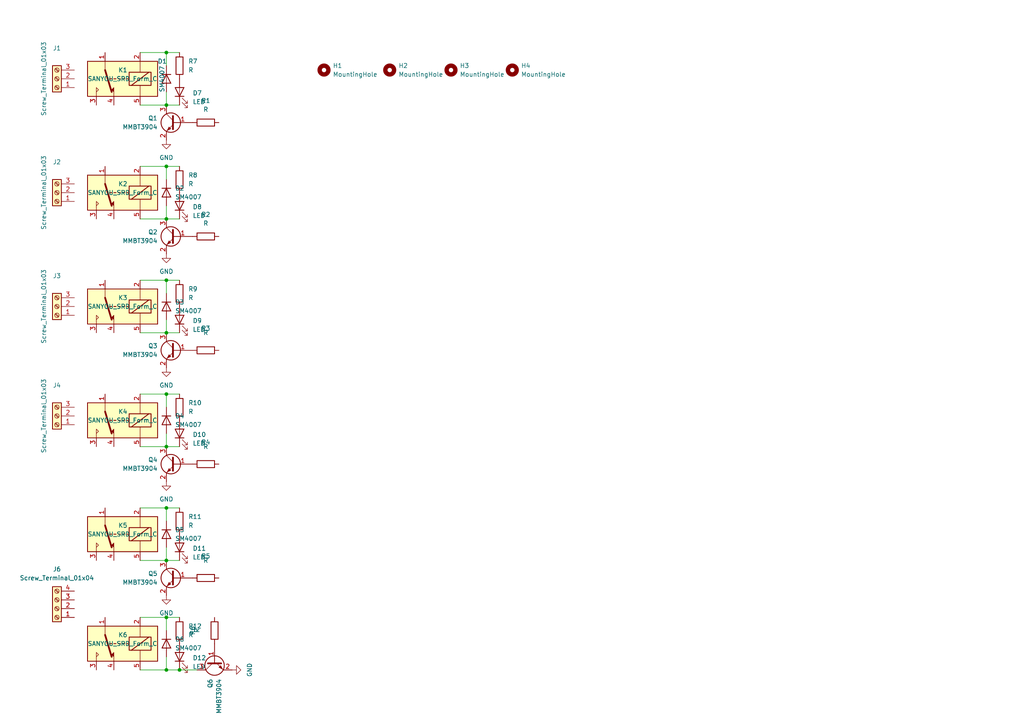
<source format=kicad_sch>
(kicad_sch (version 20211123) (generator eeschema)
  (paper "A4")
  (lib_symbols
    (symbol "Connector:Screw_Terminal_01x03" (pin_names (offset 1.016) hide)
      (property "Reference" "J" (at 0 5.08 0))
      (property "Value" "Screw_Terminal_01x03" (at 0 -5.08 0))
      (symbol "Screw_Terminal_01x03_1_1"
        (rectangle (start -1.27 3.81) (end 1.27 -3.81) (stroke (width 0.254)) (fill (type background)))
        (circle (center 0 -2.54) (radius 0.635) (stroke (width 0.1524)))
        (polyline (pts (xy -0.5334 -2.2098) (xy 0.3302 -3.048)) (stroke (width 0.1524)))
        (polyline (pts (xy -0.5334 0.3302) (xy 0.3302 -0.508)) (stroke (width 0.1524)))
        (polyline (pts (xy -0.5334 2.8702) (xy 0.3302 2.032)) (stroke (width 0.1524)))
        (polyline (pts (xy -0.3556 -2.032) (xy 0.508 -2.8702)) (stroke (width 0.1524)))
        (polyline (pts (xy -0.3556 0.508) (xy 0.508 -0.3302)) (stroke (width 0.1524)))
        (polyline (pts (xy -0.3556 3.048) (xy 0.508 2.2098)) (stroke (width 0.1524)))
        (circle (center 0 0) (radius 0.635) (stroke (width 0.1524)))
        (circle (center 0 2.54) (radius 0.635) (stroke (width 0.1524)))
        (pin passive line (at -5.08 2.54 0) (length 3.81) (name "Pin_1") (number "1"))
        (pin passive line (at -5.08 0 0) (length 3.81) (name "Pin_2") (number "2"))
        (pin passive line (at -5.08 -2.54 0) (length 3.81) (name "Pin_3") (number "3"))
      )
    )
    (symbol "Connector:Screw_Terminal_01x04" (pin_names (offset 1.016) hide)
      (property "Reference" "J" (at 0 5.08 0))
      (property "Value" "Screw_Terminal_01x04" (at 0 -7.62 0))
      (symbol "Screw_Terminal_01x04_1_1"
        (rectangle (start -1.27 3.81) (end 1.27 -6.35) (stroke (width 0.254)) (fill (type background)))
        (circle (center 0 -5.08) (radius 0.635) (stroke (width 0.1524)))
        (circle (center 0 -2.54) (radius 0.635) (stroke (width 0.1524)))
        (polyline (pts (xy -0.5334 -4.7498) (xy 0.3302 -5.588)) (stroke (width 0.1524)))
        (polyline (pts (xy -0.5334 -2.2098) (xy 0.3302 -3.048)) (stroke (width 0.1524)))
        (polyline (pts (xy -0.5334 0.3302) (xy 0.3302 -0.508)) (stroke (width 0.1524)))
        (polyline (pts (xy -0.5334 2.8702) (xy 0.3302 2.032)) (stroke (width 0.1524)))
        (polyline (pts (xy -0.3556 -4.572) (xy 0.508 -5.4102)) (stroke (width 0.1524)))
        (polyline (pts (xy -0.3556 -2.032) (xy 0.508 -2.8702)) (stroke (width 0.1524)))
        (polyline (pts (xy -0.3556 0.508) (xy 0.508 -0.3302)) (stroke (width 0.1524)))
        (polyline (pts (xy -0.3556 3.048) (xy 0.508 2.2098)) (stroke (width 0.1524)))
        (circle (center 0 0) (radius 0.635) (stroke (width 0.1524)))
        (circle (center 0 2.54) (radius 0.635) (stroke (width 0.1524)))
        (pin passive line (at -5.08 2.54 0) (length 3.81) (name "Pin_1") (number "1"))
        (pin passive line (at -5.08 0 0) (length 3.81) (name "Pin_2") (number "2"))
        (pin passive line (at -5.08 -2.54 0) (length 3.81) (name "Pin_3") (number "3"))
        (pin passive line (at -5.08 -5.08 0) (length 3.81) (name "Pin_4") (number "4"))
      )
    )
    (symbol "Device:LED" (pin_numbers hide) (pin_names (offset 1.016) hide)
      (property "Reference" "D" (at 0 2.54 0))
      (property "Value" "LED" (at 0 -2.54 0))
      (symbol "LED_0_1"
        (polyline (pts (xy -1.27 -1.27) (xy -1.27 1.27)) (stroke (width 0.254)))
        (polyline (pts (xy -1.27 0) (xy 1.27 0)))
        (polyline (pts (xy 1.27 -1.27) (xy 1.27 1.27) (xy -1.27 0) (xy 1.27 -1.27)) (stroke (width 0.254)))
        (polyline (pts (xy -3.048 -0.762) (xy -4.572 -2.286) (xy -3.81 -2.286) (xy -4.572 -2.286) (xy -4.572 -1.524)))
        (polyline (pts (xy -1.778 -0.762) (xy -3.302 -2.286) (xy -2.54 -2.286) (xy -3.302 -2.286) (xy -3.302 -1.524)))
      )
      (symbol "LED_1_1"
        (pin passive line (at -3.81 0 0) (length 2.54) (name "K") (number "1"))
        (pin passive line (at 3.81 0 180) (length 2.54) (name "A") (number "2"))
      )
    )
    (symbol "Device:R" (pin_numbers hide) (pin_names (offset 0))
      (property "Reference" "R" (at 2.032 0 90))
      (property "Value" "R" (at 0 0 90))
      (symbol "R_0_1"
        (rectangle (start -1.016 -2.54) (end 1.016 2.54) (stroke (width 0.254)))
      )
      (symbol "R_1_1"
        (pin passive line (at 0 3.81 270) (length 1.27) (name "~") (number "1"))
        (pin passive line (at 0 -3.81 90) (length 1.27) (name "~") (number "2"))
      )
    )
    (symbol "Diode:SM4007" (pin_numbers hide) (pin_names (offset 1.016) hide)
      (property "Reference" "D" (at 0 2.54 0))
      (property "Value" "SM4007" (at 0 -2.54 0))
      (symbol "SM4007_0_1"
        (polyline (pts (xy -1.27 1.27) (xy -1.27 -1.27)) (stroke (width 0.254)))
        (polyline (pts (xy 1.27 0) (xy -1.27 0)))
        (polyline (pts (xy 1.27 1.27) (xy 1.27 -1.27) (xy -1.27 0) (xy 1.27 1.27)) (stroke (width 0.254)))
      )
      (symbol "SM4007_1_1"
        (pin passive line (at -3.81 0 0) (length 2.54) (name "K") (number "1"))
        (pin passive line (at 3.81 0 180) (length 2.54) (name "A") (number "2"))
      )
    )
    (symbol "Mechanical:MountingHole" (pin_names (offset 1.016))
      (property "Reference" "H" (at 0 5.08 0))
      (property "Value" "MountingHole" (at 0 3.175 0))
      (symbol "MountingHole_0_1"
        (circle (center 0 0) (radius 1.27) (stroke (width 1.27)))
      )
    )
    (symbol "Relay:SANYOU_SRD_Form_C"
      (property "Reference" "K" (at 11.43 3.81 0))
      (property "Value" "SANYOU_SRD_Form_C" (at 11.43 1.27 0))
      (symbol "SANYOU_SRD_Form_C_0_0"
        (polyline (pts (xy 7.62 5.08) (xy 7.62 2.54) (xy 6.985 3.175) (xy 7.62 3.81)))
      )
      (symbol "SANYOU_SRD_Form_C_0_1"
        (rectangle (start -10.16 5.08) (end 10.16 -5.08) (stroke (width 0.254)) (fill (type background)))
        (rectangle (start -8.255 1.905) (end -1.905 -1.905) (stroke (width 0.254)))
        (polyline (pts (xy -7.62 -1.905) (xy -2.54 1.905)) (stroke (width 0.254)))
        (polyline (pts (xy -5.08 -5.08) (xy -5.08 -1.905)))
        (polyline (pts (xy -5.08 5.08) (xy -5.08 1.905)))
        (polyline (pts (xy -1.905 0) (xy -1.27 0)) (stroke (width 0.254)))
        (polyline (pts (xy -0.635 0) (xy 0 0)) (stroke (width 0.254)))
        (polyline (pts (xy 0.635 0) (xy 1.27 0)) (stroke (width 0.254)))
        (polyline (pts (xy 1.905 0) (xy 2.54 0)) (stroke (width 0.254)))
        (polyline (pts (xy 3.175 0) (xy 3.81 0)) (stroke (width 0.254)))
        (polyline (pts (xy 5.08 -2.54) (xy 3.175 3.81)) (stroke (width 0.508)))
        (polyline (pts (xy 5.08 -2.54) (xy 5.08 -5.08)))
      )
      (symbol "SANYOU_SRD_Form_C_1_1"
        (polyline (pts (xy 2.54 3.81) (xy 3.175 3.175) (xy 2.54 2.54) (xy 2.54 5.08)) (fill (type outline)))
        (pin passive line (at 5.08 -7.62 90) (length 2.54) (name "~") (number "1"))
        (pin passive line (at -5.08 -7.62 90) (length 2.54) (name "~") (number "2"))
        (pin passive line (at 7.62 7.62 270) (length 2.54) (name "~") (number "3"))
        (pin passive line (at 2.54 7.62 270) (length 2.54) (name "~") (number "4"))
        (pin passive line (at -5.08 7.62 270) (length 2.54) (name "~") (number "5"))
      )
    )
    (symbol "Transistor_BJT:MMBT3904" (pin_names (offset 0) hide)
      (property "Reference" "Q" (at 5.08 1.905 0))
      (property "Value" "MMBT3904" (at 5.08 0 0))
      (symbol "MMBT3904_0_1"
        (polyline (pts (xy 0.635 0.635) (xy 2.54 2.54)))
        (polyline (pts (xy 0.635 -0.635) (xy 2.54 -2.54) (xy 2.54 -2.54)))
        (polyline (pts (xy 0.635 1.905) (xy 0.635 -1.905) (xy 0.635 -1.905)) (stroke (width 0.508)))
        (polyline (pts (xy 1.27 -1.778) (xy 1.778 -1.27) (xy 2.286 -2.286) (xy 1.27 -1.778) (xy 1.27 -1.778)) (fill (type outline)))
        (circle (center 1.27 0) (radius 2.8194) (stroke (width 0.254)))
      )
      (symbol "MMBT3904_1_1"
        (pin input line (at -5.08 0 0) (length 5.715) (name "B") (number "1"))
        (pin passive line (at 2.54 -5.08 90) (length 2.54) (name "E") (number "2"))
        (pin passive line (at 2.54 5.08 270) (length 2.54) (name "C") (number "3"))
      )
    )
    (symbol "power:GND" (power) (pin_names (offset 0))
      (property "Value" "GND" (at 0 -3.81 0))
      (symbol "GND_0_1"
        (polyline (pts (xy 0 0) (xy 0 -1.27) (xy 1.27 -1.27) (xy 0 -2.54) (xy -1.27 -1.27) (xy 0 -1.27)))
      )
      (symbol "GND_1_1"
        (pin power_in line (at 0 0 270) (length 0) hide (name "GND") (number "1"))
      )
    )
  )
  (junction (at 48.26 48.26))
  (junction (at 52.07 194.31))
  (junction (at 48.26 96.52))
  (junction (at 48.26 81.28))
  (junction (at 48.26 179.07))
  (junction (at 48.26 114.3))
  (junction (at 48.26 15.24))
  (junction (at 48.26 63.5))
  (junction (at 48.26 147.32))
  (junction (at 48.26 194.31))
  (junction (at 48.26 129.54))
  (junction (at 48.26 30.48))
  (junction (at 48.26 162.56))
  (wire (pts (xy 48.26 81.28) (xy 48.26 85.09)))
  (wire (pts (xy 48.26 162.56) (xy 52.07 162.56)))
  (wire (pts (xy 48.26 125.73) (xy 48.26 129.54)))
  (wire (pts (xy 48.26 15.24) (xy 48.26 19.05)))
  (wire (pts (xy 40.64 179.07) (xy 48.26 179.07)))
  (wire (pts (xy 40.64 147.32) (xy 48.26 147.32)))
  (wire (pts (xy 48.26 147.32) (xy 52.07 147.32)))
  (wire (pts (xy 48.26 179.07) (xy 52.07 179.07)))
  (wire (pts (xy 48.26 15.24) (xy 52.07 15.24)))
  (wire (pts (xy 40.64 194.31) (xy 48.26 194.31)))
  (wire (pts (xy 40.64 129.54) (xy 48.26 129.54)))
  (wire (pts (xy 48.26 59.69) (xy 48.26 63.5)))
  (wire (pts (xy 48.26 81.28) (xy 52.07 81.28)))
  (wire (pts (xy 48.26 179.07) (xy 48.26 182.88)))
  (wire (pts (xy 40.64 96.52) (xy 48.26 96.52)))
  (wire (pts (xy 48.26 30.48) (xy 52.07 30.48)))
  (wire (pts (xy 52.07 194.31) (xy 57.15 194.31)))
  (wire (pts (xy 48.26 48.26) (xy 48.26 52.07)))
  (wire (pts (xy 40.64 15.24) (xy 48.26 15.24)))
  (wire (pts (xy 48.26 194.31) (xy 52.07 194.31)))
  (wire (pts (xy 48.26 96.52) (xy 52.07 96.52)))
  (wire (pts (xy 48.26 92.71) (xy 48.26 96.52)))
  (wire (pts (xy 40.64 114.3) (xy 48.26 114.3)))
  (wire (pts (xy 48.26 114.3) (xy 52.07 114.3)))
  (wire (pts (xy 48.26 26.67) (xy 48.26 30.48)))
  (wire (pts (xy 40.64 63.5) (xy 48.26 63.5)))
  (wire (pts (xy 40.64 30.48) (xy 48.26 30.48)))
  (wire (pts (xy 48.26 147.32) (xy 48.26 151.13)))
  (wire (pts (xy 48.26 48.26) (xy 52.07 48.26)))
  (wire (pts (xy 48.26 114.3) (xy 48.26 118.11)))
  (wire (pts (xy 40.64 48.26) (xy 48.26 48.26)))
  (wire (pts (xy 48.26 63.5) (xy 52.07 63.5)))
  (wire (pts (xy 48.26 129.54) (xy 52.07 129.54)))
  (wire (pts (xy 40.64 81.28) (xy 48.26 81.28)))
  (wire (pts (xy 40.64 162.56) (xy 48.26 162.56)))
  (wire (pts (xy 48.26 158.75) (xy 48.26 162.56)))
  (wire (pts (xy 48.26 194.31) (xy 48.26 190.5)))
  (symbol (lib_id "Device:R") (at 52.07 52.07 180) (unit 1)
    (property "Reference" "R8" (at 54.61 50.7999 0) (effects (justify right)))
    (property "Value" "R" (at 54.61 53.3399 0) (effects (justify right)))
    (property "Footprint" "Resistor_SMD:R_0805_2012Metric" (effects hide))
  )
  (symbol (lib_id "Device:LED") (at 52.07 125.73 90) (unit 1)
    (property "Reference" "D10" (at 55.88 126.0474 90) (effects (justify right)))
    (property "Value" "LED" (at 55.88 128.5874 90) (effects (justify right)))
    (property "Footprint" "LED_SMD:LED_0805_2012Metric" (effects hide))
  )
  (symbol (lib_id "Relay:SANYOU_SRD_Form_C") (at 35.56 88.9 180) (unit 1)
    (property "Reference" "K3" (at 34.29 86.36 0) (effects (justify right)))
    (property "Value" "SANYOU_SRD_Form_C" (at 25.4 88.9 0) (effects (justify right)))
    (property "Footprint" "Relay_THT:Relay_SPDT_SANYOU_SRD_Series_Form_C" (effects hide))
    (property "Datasheet" "http://www.sanyourelay.ca/public/products/pdf/SRD.pdf" (effects hide))
  )
  (symbol (lib_id "Device:LED") (at 52.07 158.75 90) (unit 1)
    (property "Reference" "D11" (at 55.88 159.0674 90) (effects (justify right)))
    (property "Value" "LED" (at 55.88 161.6074 90) (effects (justify right)))
    (property "Footprint" "LED_SMD:LED_0805_2012Metric" (effects hide))
  )
  (symbol (lib_id "Relay:SANYOU_SRD_Form_C") (at 35.56 154.94 180) (unit 1)
    (property "Reference" "K5" (at 34.29 152.4 0) (effects (justify right)))
    (property "Value" "SANYOU_SRD_Form_C" (at 25.4 154.94 0) (effects (justify right)))
    (property "Footprint" "Relay_THT:Relay_SPDT_SANYOU_SRD_Series_Form_C" (effects hide))
    (property "Datasheet" "http://www.sanyourelay.ca/public/products/pdf/SRD.pdf" (effects hide))
  )
  (symbol (lib_id "power:GND") (at 48.26 106.68 0) (unit 1)
    (property "Reference" "#PWR0101" (effects hide))
    (property "Value" "GND" (at 48.26 111.76 0))
  )
  (symbol (lib_id "Relay:SANYOU_SRD_Form_C") (at 35.56 22.86 180) (unit 1)
    (property "Reference" "K1" (at 34.29 20.32 0) (effects (justify right)))
    (property "Value" "SANYOU_SRD_Form_C" (at 25.4 22.86 0) (effects (justify right)))
    (property "Footprint" "Relay_THT:Relay_SPDT_SANYOU_SRD_Series_Form_C" (effects hide))
    (property "Datasheet" "http://www.sanyourelay.ca/public/products/pdf/SRD.pdf" (effects hide))
  )
  (symbol (lib_id "Diode:SM4007") (at 48.26 22.86 270) (unit 1)
    (property "Reference" "D1" (at 45.72 17.78 90) (effects (justify left)))
    (property "Value" "SM4007" (at 46.99 19.05 0) (effects (justify left)))
    (property "Footprint" "Diode_SMD:D_MELF" (effects hide))
    (property "Datasheet" "http://cdn-reichelt.de/documents/datenblatt/A400/SMD1N400%23DIO.pdf" (effects hide))
  )
  (symbol (lib_id "Device:R") (at 59.69 35.56 90) (unit 1)
    (property "Reference" "R1" (at 59.69 29.21 90))
    (property "Value" "R" (at 59.69 31.75 90))
    (property "Footprint" "Resistor_SMD:R_0805_2012Metric" (effects hide))
  )
  (symbol (lib_id "Transistor_BJT:MMBT3904") (at 50.8 167.64 0) (mirror y) (unit 1)
    (property "Reference" "Q5" (at 45.72 166.3699 0) (effects (justify left)))
    (property "Value" "MMBT3904" (at 45.72 168.9099 0) (effects (justify left)))
    (property "Footprint" "Package_TO_SOT_SMD:SOT-23" (effects hide))
    (property "Datasheet" "https://www.onsemi.com/pub/Collateral/2N3903-D.PDF" (effects hide))
  )
  (symbol (lib_id "power:GND") (at 67.31 194.31 90) (unit 1)
    (property "Reference" "#PWR0104" (effects hide))
    (property "Value" "GND" (at 72.39 194.31 0))
  )
  (symbol (lib_id "Device:R") (at 52.07 19.05 180) (unit 1)
    (property "Reference" "R7" (at 54.61 17.7799 0) (effects (justify right)))
    (property "Value" "R" (at 54.61 20.3199 0) (effects (justify right)))
    (property "Footprint" "Resistor_SMD:R_0805_2012Metric" (effects hide))
  )
  (symbol (lib_id "power:GND") (at 48.26 172.72 0) (unit 1)
    (property "Reference" "#PWR0103" (effects hide))
    (property "Value" "GND" (at 48.26 177.8 0))
  )
  (symbol (lib_id "Device:R") (at 59.69 101.6 90) (unit 1)
    (property "Reference" "R3" (at 59.69 95.25 90))
    (property "Value" "R" (at 59.69 96.52 90))
    (property "Footprint" "Resistor_SMD:R_0805_2012Metric" (effects hide))
  )
  (symbol (lib_id "Device:R") (at 62.23 182.88 180) (unit 1)
    (property "Reference" "R6" (at 55.88 182.88 90))
    (property "Value" "R" (at 57.15 182.88 90))
    (property "Footprint" "Resistor_SMD:R_0805_2012Metric" (effects hide))
  )
  (symbol (lib_id "Device:LED") (at 52.07 190.5 90) (unit 1)
    (property "Reference" "D12" (at 55.88 190.8174 90) (effects (justify right)))
    (property "Value" "LED" (at 55.88 193.3574 90) (effects (justify right)))
    (property "Footprint" "LED_SMD:LED_0805_2012Metric" (effects hide))
  )
  (symbol (lib_id "power:GND") (at 48.26 139.7 0) (unit 1)
    (property "Reference" "#PWR0102" (effects hide))
    (property "Value" "GND" (at 48.26 144.78 0))
  )
  (symbol (lib_id "Diode:SM4007") (at 48.26 88.9 270) (unit 1)
    (property "Reference" "D3" (at 50.8 87.6299 90) (effects (justify left)))
    (property "Value" "SM4007" (at 50.8 90.1699 90) (effects (justify left)))
    (property "Footprint" "Diode_SMD:D_MELF" (effects hide))
    (property "Datasheet" "http://cdn-reichelt.de/documents/datenblatt/A400/SMD1N400%23DIO.pdf" (effects hide))
  )
  (symbol (lib_id "Diode:SM4007") (at 48.26 55.88 270) (unit 1)
    (property "Reference" "D2" (at 50.8 54.6099 90) (effects (justify left)))
    (property "Value" "SM4007" (at 50.8 57.1499 90) (effects (justify left)))
    (property "Footprint" "Diode_SMD:D_MELF" (effects hide))
    (property "Datasheet" "http://cdn-reichelt.de/documents/datenblatt/A400/SMD1N400%23DIO.pdf" (effects hide))
  )
  (symbol (lib_id "Connector:Screw_Terminal_01x03") (at -57.15 190.5 180) (unit 1)
    (property "Reference" "J5" (at -57.15 181.61 0))
    (property "Value" "Screw_Terminal_01x03" (at -60.96 190.5 90))
    (property "Footprint" "TerminalBlock_Phoenix:TerminalBlock_Phoenix_MKDS-1,5-3-5.08_1x03_P5.08mm_Horizontal" (effects hide))
  )
  (symbol (lib_id "Mechanical:MountingHole") (at 148.59 20.32 0) (unit 1)
    (property "Reference" "H4" (at 151.13 19.0499 0) (effects (justify left)))
    (property "Value" "MountingHole" (at 151.13 21.5899 0) (effects (justify left)))
    (property "Footprint" "MountingHole:MountingHole_3.2mm_M3" (effects hide))
  )
  (symbol (lib_id "Transistor_BJT:MMBT3904") (at 50.8 134.62 0) (mirror y) (unit 1)
    (property "Reference" "Q4" (at 45.72 133.3499 0) (effects (justify left)))
    (property "Value" "MMBT3904" (at 45.72 135.8899 0) (effects (justify left)))
    (property "Footprint" "Package_TO_SOT_SMD:SOT-23" (effects hide))
    (property "Datasheet" "https://www.onsemi.com/pub/Collateral/2N3903-D.PDF" (effects hide))
  )
  (symbol (lib_id "Device:R") (at 52.07 85.09 180) (unit 1)
    (property "Reference" "R9" (at 54.61 83.8199 0) (effects (justify right)))
    (property "Value" "R" (at 54.61 86.3599 0) (effects (justify right)))
    (property "Footprint" "Resistor_SMD:R_0805_2012Metric" (effects hide))
  )
  (symbol (lib_id "Device:R") (at 59.69 134.62 90) (unit 1)
    (property "Reference" "R4" (at 59.69 128.27 90))
    (property "Value" "R" (at 59.69 129.54 90))
    (property "Footprint" "Resistor_SMD:R_0805_2012Metric" (effects hide))
  )
  (symbol (lib_id "Diode:SM4007") (at 48.26 186.69 270) (unit 1)
    (property "Reference" "D6" (at 50.8 185.4199 90) (effects (justify left)))
    (property "Value" "SM4007" (at 50.8 187.9599 90) (effects (justify left)))
    (property "Footprint" "Diode_SMD:D_MELF" (effects hide))
    (property "Datasheet" "http://cdn-reichelt.de/documents/datenblatt/A400/SMD1N400%23DIO.pdf" (effects hide))
  )
  (symbol (lib_id "Connector:Screw_Terminal_01x03") (at 16.51 55.88 180) (unit 1)
    (property "Reference" "J2" (at 16.51 46.99 0))
    (property "Value" "Screw_Terminal_01x03" (at 12.7 55.88 90))
    (property "Footprint" "TerminalBlock_Phoenix:TerminalBlock_Phoenix_MKDS-1,5-3-5.08_1x03_P5.08mm_Horizontal" (effects hide))
  )
  (symbol (lib_id "Mechanical:MountingHole") (at 130.81 20.32 0) (unit 1)
    (property "Reference" "H3" (at 133.35 19.0499 0) (effects (justify left)))
    (property "Value" "MountingHole" (at 133.35 21.5899 0) (effects (justify left)))
    (property "Footprint" "MountingHole:MountingHole_3.2mm_M3" (effects hide))
  )
  (symbol (lib_id "Mechanical:MountingHole") (at 93.98 20.32 0) (unit 1)
    (property "Reference" "H1" (at 96.52 19.0499 0) (effects (justify left)))
    (property "Value" "MountingHole" (at 96.52 21.5899 0) (effects (justify left)))
    (property "Footprint" "MountingHole:MountingHole_3.2mm_M3" (effects hide))
  )
  (symbol (lib_id "power:GND") (at 48.26 40.64 0) (unit 1)
    (property "Reference" "#PWR0105" (effects hide))
    (property "Value" "GND" (at 48.26 45.72 0))
  )
  (symbol (lib_id "Device:R") (at 52.07 151.13 180) (unit 1)
    (property "Reference" "R11" (at 54.61 149.8599 0) (effects (justify right)))
    (property "Value" "R" (at 54.61 152.3999 0) (effects (justify right)))
    (property "Footprint" "Resistor_SMD:R_0805_2012Metric" (effects hide))
  )
  (symbol (lib_id "Device:LED") (at 52.07 92.71 90) (unit 1)
    (property "Reference" "D9" (at 55.88 93.0274 90) (effects (justify right)))
    (property "Value" "LED" (at 55.88 95.5674 90) (effects (justify right)))
    (property "Footprint" "LED_SMD:LED_0805_2012Metric" (effects hide))
  )
  (symbol (lib_id "Device:R") (at 59.69 68.58 90) (unit 1)
    (property "Reference" "R2" (at 59.69 62.23 90))
    (property "Value" "R" (at 59.69 64.77 90))
    (property "Footprint" "Resistor_SMD:R_0805_2012Metric" (effects hide))
  )
  (symbol (lib_id "Diode:SM4007") (at 48.26 121.92 270) (unit 1)
    (property "Reference" "D4" (at 50.8 120.6499 90) (effects (justify left)))
    (property "Value" "SM4007" (at 50.8 123.1899 90) (effects (justify left)))
    (property "Footprint" "Diode_SMD:D_MELF" (effects hide))
    (property "Datasheet" "http://cdn-reichelt.de/documents/datenblatt/A400/SMD1N400%23DIO.pdf" (effects hide))
  )
  (symbol (lib_id "Transistor_BJT:MMBT3904") (at 50.8 101.6 0) (mirror y) (unit 1)
    (property "Reference" "Q3" (at 45.72 100.3299 0) (effects (justify left)))
    (property "Value" "MMBT3904" (at 45.72 102.8699 0) (effects (justify left)))
    (property "Footprint" "Package_TO_SOT_SMD:SOT-23" (effects hide))
    (property "Datasheet" "https://www.onsemi.com/pub/Collateral/2N3903-D.PDF" (effects hide))
  )
  (symbol (lib_id "Device:LED") (at 52.07 26.67 90) (unit 1)
    (property "Reference" "D7" (at 55.88 26.9874 90) (effects (justify right)))
    (property "Value" "LED" (at 55.88 29.5274 90) (effects (justify right)))
    (property "Footprint" "LED_SMD:LED_0805_2012Metric" (effects hide))
  )
  (symbol (lib_id "Transistor_BJT:MMBT3904") (at 62.23 191.77 90) (mirror x) (unit 1)
    (property "Reference" "Q6" (at 60.9599 196.85 0) (effects (justify left)))
    (property "Value" "MMBT3904" (at 63.4999 196.85 0) (effects (justify left)))
    (property "Footprint" "Package_TO_SOT_SMD:SOT-23" (effects hide))
    (property "Datasheet" "https://www.onsemi.com/pub/Collateral/2N3903-D.PDF" (effects hide))
  )
  (symbol (lib_id "Connector:Screw_Terminal_01x04") (at 16.51 176.53 180) (unit 1)
    (property "Reference" "J6" (at 16.51 165.1 0))
    (property "Value" "Screw_Terminal_01x04" (at 16.51 167.64 0))
    (property "Footprint" "TerminalBlock_Phoenix:TerminalBlock_Phoenix_MKDS-1,5-4-5.08_1x04_P5.08mm_Horizontal" (effects hide))
  )
  (symbol (lib_id "Connector:Screw_Terminal_01x03") (at 16.51 88.9 180) (unit 1)
    (property "Reference" "J3" (at 16.51 80.01 0))
    (property "Value" "Screw_Terminal_01x03" (at 12.7 88.9 90))
    (property "Footprint" "TerminalBlock_Phoenix:TerminalBlock_Phoenix_MKDS-1,5-3-5.08_1x03_P5.08mm_Horizontal" (effects hide))
  )
  (symbol (lib_id "Relay:SANYOU_SRD_Form_C") (at 35.56 186.69 180) (unit 1)
    (property "Reference" "K6" (at 34.29 184.15 0) (effects (justify right)))
    (property "Value" "SANYOU_SRD_Form_C" (at 25.4 186.69 0) (effects (justify right)))
    (property "Footprint" "Relay_THT:Relay_SPDT_SANYOU_SRD_Series_Form_C" (effects hide))
    (property "Datasheet" "http://www.sanyourelay.ca/public/products/pdf/SRD.pdf" (effects hide))
  )
  (symbol (lib_id "Mechanical:MountingHole") (at 113.03 20.32 0) (unit 1)
    (property "Reference" "H2" (at 115.57 19.0499 0) (effects (justify left)))
    (property "Value" "MountingHole" (at 115.57 21.5899 0) (effects (justify left)))
    (property "Footprint" "MountingHole:MountingHole_3.2mm_M3" (effects hide))
  )
  (symbol (lib_id "Device:R") (at 52.07 118.11 180) (unit 1)
    (property "Reference" "R10" (at 54.61 116.8399 0) (effects (justify right)))
    (property "Value" "R" (at 54.61 119.3799 0) (effects (justify right)))
    (property "Footprint" "Resistor_SMD:R_0805_2012Metric" (effects hide))
  )
  (symbol (lib_id "Connector:Screw_Terminal_01x03") (at 16.51 120.65 180) (unit 1)
    (property "Reference" "J4" (at 16.51 111.76 0))
    (property "Value" "Screw_Terminal_01x03" (at 12.7 120.65 90))
    (property "Footprint" "TerminalBlock_Phoenix:TerminalBlock_Phoenix_MKDS-1,5-3-5.08_1x03_P5.08mm_Horizontal" (effects hide))
  )
  (symbol (lib_id "Connector:Screw_Terminal_01x03") (at 16.51 22.86 180) (unit 1)
    (property "Reference" "J1" (at 16.51 13.97 0))
    (property "Value" "Screw_Terminal_01x03" (at 12.7 22.86 90))
    (property "Footprint" "TerminalBlock_Phoenix:TerminalBlock_Phoenix_MKDS-1,5-3-5.08_1x03_P5.08mm_Horizontal" (effects hide))
  )
  (symbol (lib_id "Relay:SANYOU_SRD_Form_C") (at 35.56 121.92 180) (unit 1)
    (property "Reference" "K4" (at 34.29 119.38 0) (effects (justify right)))
    (property "Value" "SANYOU_SRD_Form_C" (at 25.4 121.92 0) (effects (justify right)))
    (property "Footprint" "Relay_THT:Relay_SPDT_SANYOU_SRD_Series_Form_C" (effects hide))
    (property "Datasheet" "http://www.sanyourelay.ca/public/products/pdf/SRD.pdf" (effects hide))
  )
  (symbol (lib_id "power:GND") (at 48.26 73.66 0) (unit 1)
    (property "Reference" "#PWR0106" (effects hide))
    (property "Value" "GND" (at 48.26 78.74 0))
  )
  (symbol (lib_id "Diode:SM4007") (at 48.26 154.94 270) (unit 1)
    (property "Reference" "D5" (at 50.8 153.6699 90) (effects (justify left)))
    (property "Value" "SM4007" (at 50.8 156.2099 90) (effects (justify left)))
    (property "Footprint" "Diode_SMD:D_MELF" (effects hide))
    (property "Datasheet" "http://cdn-reichelt.de/documents/datenblatt/A400/SMD1N400%23DIO.pdf" (effects hide))
  )
  (symbol (lib_id "Transistor_BJT:MMBT3904") (at 50.8 35.56 0) (mirror y) (unit 1)
    (property "Reference" "Q1" (at 45.72 34.2899 0) (effects (justify left)))
    (property "Value" "MMBT3904" (at 45.72 36.8299 0) (effects (justify left)))
    (property "Footprint" "Package_TO_SOT_SMD:SOT-23" (effects hide))
    (property "Datasheet" "https://www.onsemi.com/pub/Collateral/2N3903-D.PDF" (effects hide))
  )
  (symbol (lib_id "Device:R") (at 59.69 167.64 90) (unit 1)
    (property "Reference" "R5" (at 59.69 161.29 90))
    (property "Value" "R" (at 59.69 162.56 90))
    (property "Footprint" "Resistor_SMD:R_0805_2012Metric" (effects hide))
  )
  (symbol (lib_id "Relay:SANYOU_SRD_Form_C") (at 35.56 55.88 180) (unit 1)
    (property "Reference" "K2" (at 34.29 53.34 0) (effects (justify right)))
    (property "Value" "SANYOU_SRD_Form_C" (at 25.4 55.88 0) (effects (justify right)))
    (property "Footprint" "Relay_THT:Relay_SPDT_SANYOU_SRD_Series_Form_C" (effects hide))
    (property "Datasheet" "http://www.sanyourelay.ca/public/products/pdf/SRD.pdf" (effects hide))
  )
  (symbol (lib_id "Device:LED") (at 52.07 59.69 90) (unit 1)
    (property "Reference" "D8" (at 55.88 60.0074 90) (effects (justify right)))
    (property "Value" "LED" (at 55.88 62.5474 90) (effects (justify right)))
    (property "Footprint" "LED_SMD:LED_0805_2012Metric" (effects hide))
  )
  (symbol (lib_id "Transistor_BJT:MMBT3904") (at 50.8 68.58 0) (mirror y) (unit 1)
    (property "Reference" "Q2" (at 45.72 67.3099 0) (effects (justify left)))
    (property "Value" "MMBT3904" (at 45.72 69.8499 0) (effects (justify left)))
    (property "Footprint" "Package_TO_SOT_SMD:SOT-23" (effects hide))
    (property "Datasheet" "https://www.onsemi.com/pub/Collateral/2N3903-D.PDF" (effects hide))
  )
  (symbol (lib_id "Device:R") (at 52.07 182.88 180) (unit 1)
    (property "Reference" "R12" (at 54.61 181.6099 0) (effects (justify right)))
    (property "Value" "R" (at 54.61 184.1499 0) (effects (justify right)))
    (property "Footprint" "Resistor_SMD:R_0805_2012Metric" (effects hide))
  )
)
</source>
